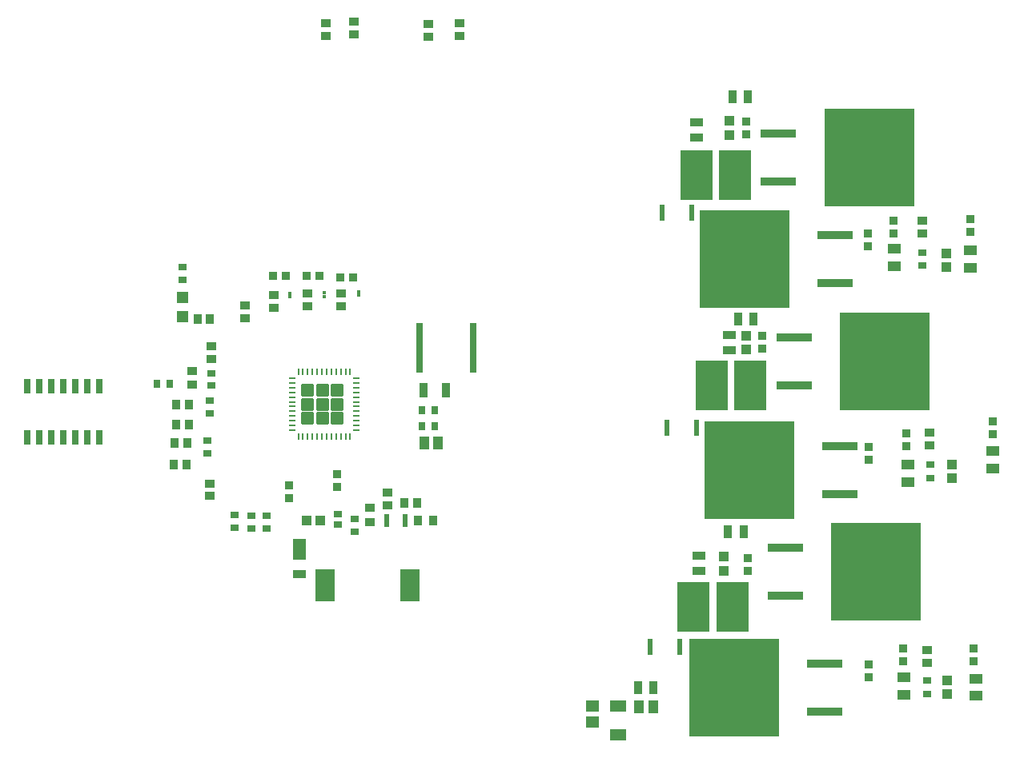
<source format=gtp>
G04*
G04 #@! TF.GenerationSoftware,Altium Limited,Altium Designer,19.1.8 (144)*
G04*
G04 Layer_Color=8421504*
%FSLAX25Y25*%
%MOIN*%
G70*
G01*
G75*
G04:AMPARAMS|DCode=14|XSize=50.39mil|YSize=53.94mil|CornerRadius=2.02mil|HoleSize=0mil|Usage=FLASHONLY|Rotation=270.000|XOffset=0mil|YOffset=0mil|HoleType=Round|Shape=RoundedRectangle|*
%AMROUNDEDRECTD14*
21,1,0.05039,0.04991,0,0,270.0*
21,1,0.04636,0.05394,0,0,270.0*
1,1,0.00403,-0.02495,-0.02318*
1,1,0.00403,-0.02495,0.02318*
1,1,0.00403,0.02495,0.02318*
1,1,0.00403,0.02495,-0.02318*
%
%ADD14ROUNDEDRECTD14*%
%ADD15R,0.03740X0.03150*%
%ADD16R,0.01772X0.01378*%
%ADD17R,0.04331X0.05315*%
%ADD18R,0.05315X0.03347*%
%ADD19R,0.02559X0.06004*%
%ADD20R,0.03937X0.05315*%
%ADD21R,0.05709X0.04724*%
%ADD22R,0.07087X0.04528*%
%ADD23R,0.13819X0.20984*%
%ADD24R,0.04134X0.03543*%
%ADD25R,0.37795X0.40748*%
%ADD26R,0.15158X0.03543*%
%ADD27R,0.04724X0.04724*%
%ADD28R,0.03347X0.05315*%
%ADD29R,0.02165X0.06693*%
%ADD30R,0.05709X0.04134*%
%ADD31R,0.03740X0.03347*%
%ADD32R,0.03937X0.04134*%
%ADD33R,0.03543X0.02756*%
%ADD34R,0.03543X0.04134*%
G04:AMPARAMS|DCode=35|XSize=9.45mil|YSize=23.62mil|CornerRadius=1.98mil|HoleSize=0mil|Usage=FLASHONLY|Rotation=270.000|XOffset=0mil|YOffset=0mil|HoleType=Round|Shape=RoundedRectangle|*
%AMROUNDEDRECTD35*
21,1,0.00945,0.01965,0,0,270.0*
21,1,0.00548,0.02362,0,0,270.0*
1,1,0.00397,-0.00983,-0.00274*
1,1,0.00397,-0.00983,0.00274*
1,1,0.00397,0.00983,0.00274*
1,1,0.00397,0.00983,-0.00274*
%
%ADD35ROUNDEDRECTD35*%
G04:AMPARAMS|DCode=36|XSize=9.45mil|YSize=23.62mil|CornerRadius=1.98mil|HoleSize=0mil|Usage=FLASHONLY|Rotation=180.000|XOffset=0mil|YOffset=0mil|HoleType=Round|Shape=RoundedRectangle|*
%AMROUNDEDRECTD36*
21,1,0.00945,0.01965,0,0,180.0*
21,1,0.00548,0.02362,0,0,180.0*
1,1,0.00397,-0.00274,0.00983*
1,1,0.00397,0.00274,0.00983*
1,1,0.00397,0.00274,-0.00983*
1,1,0.00397,-0.00274,-0.00983*
%
%ADD36ROUNDEDRECTD36*%
%ADD37R,0.03150X0.03740*%
%ADD38R,0.03740X0.06102*%
%ADD39R,0.02953X0.20866*%
%ADD40R,0.03543X0.03347*%
%ADD41R,0.03543X0.03937*%
%ADD42R,0.03937X0.04331*%
%ADD43R,0.07874X0.13780*%
%ADD44R,0.03937X0.03543*%
%ADD45R,0.02165X0.05315*%
%ADD46R,0.04134X0.03740*%
%ADD47R,0.05512X0.03543*%
%ADD48R,0.05512X0.08661*%
%ADD49R,0.03347X0.02756*%
%ADD50R,0.03347X0.03740*%
D14*
X163319Y274500D02*
D03*
Y268673D02*
D03*
Y280327D02*
D03*
X169500D02*
D03*
Y268673D02*
D03*
Y274500D02*
D03*
X157138D02*
D03*
Y280327D02*
D03*
Y268673D02*
D03*
D15*
X126772Y222933D02*
D03*
Y228248D02*
D03*
X133858Y222835D02*
D03*
Y228150D02*
D03*
X140157Y222835D02*
D03*
Y228150D02*
D03*
X105000Y331658D02*
D03*
Y326343D02*
D03*
X117000Y287500D02*
D03*
Y282185D02*
D03*
X116500Y270685D02*
D03*
Y276000D02*
D03*
X115500Y254000D02*
D03*
Y259315D02*
D03*
X176772Y226772D02*
D03*
Y221457D02*
D03*
D16*
X164075Y319291D02*
D03*
Y320866D02*
D03*
X178347Y319882D02*
D03*
Y321457D02*
D03*
X149803Y319193D02*
D03*
Y320768D02*
D03*
D17*
X211256Y258500D02*
D03*
X205744D02*
D03*
D18*
X320000Y205004D02*
D03*
Y211500D02*
D03*
X332677Y303445D02*
D03*
Y296949D02*
D03*
X318898Y392028D02*
D03*
Y385531D02*
D03*
D19*
X40500Y260823D02*
D03*
X45500D02*
D03*
X50500D02*
D03*
X55500D02*
D03*
X60500D02*
D03*
X65500D02*
D03*
X70500D02*
D03*
Y282177D02*
D03*
X65500D02*
D03*
X60500D02*
D03*
X55500D02*
D03*
X50500D02*
D03*
X45500D02*
D03*
X40500D02*
D03*
D20*
X295000Y148500D02*
D03*
X300905D02*
D03*
D21*
X275590Y141929D02*
D03*
Y148622D02*
D03*
D22*
X286417Y136811D02*
D03*
Y148622D02*
D03*
D23*
X334000Y190000D02*
D03*
X317779D02*
D03*
X341535Y282480D02*
D03*
X325315D02*
D03*
X335118Y370079D02*
D03*
X318898D02*
D03*
D24*
X176484Y428626D02*
D03*
Y433941D02*
D03*
X164764Y428051D02*
D03*
Y433366D02*
D03*
X220484Y428126D02*
D03*
Y433441D02*
D03*
X207484Y427626D02*
D03*
Y432941D02*
D03*
X143000Y320000D02*
D03*
Y314685D02*
D03*
X157000Y320657D02*
D03*
Y315342D02*
D03*
X171000Y320657D02*
D03*
Y315342D02*
D03*
X414984Y166701D02*
D03*
Y172016D02*
D03*
X416000Y257343D02*
D03*
Y262657D02*
D03*
X413000Y345685D02*
D03*
Y351000D02*
D03*
X109000Y282791D02*
D03*
Y288500D02*
D03*
X117000Y298815D02*
D03*
Y293500D02*
D03*
X116500Y236185D02*
D03*
Y241500D02*
D03*
D25*
X393701Y204724D02*
D03*
X397386Y292500D02*
D03*
X391000Y377500D02*
D03*
X334646Y156496D02*
D03*
X341000Y247000D02*
D03*
X339000Y335000D02*
D03*
D26*
X355906Y194724D02*
D03*
Y214724D02*
D03*
X359591Y282500D02*
D03*
Y302500D02*
D03*
X353205Y367500D02*
D03*
Y387500D02*
D03*
X372441Y166496D02*
D03*
Y146496D02*
D03*
X378795Y257000D02*
D03*
Y237000D02*
D03*
X376795Y345000D02*
D03*
Y325000D02*
D03*
D27*
X105000Y319134D02*
D03*
Y310866D02*
D03*
D28*
X294685Y156496D02*
D03*
X301181D02*
D03*
X332087Y221457D02*
D03*
X338583D02*
D03*
X336319Y310039D02*
D03*
X342815D02*
D03*
X334055Y402559D02*
D03*
X340551D02*
D03*
D29*
X299606Y173228D02*
D03*
X312008D02*
D03*
X306791Y264764D02*
D03*
X319193D02*
D03*
X304823Y354331D02*
D03*
X317224D02*
D03*
D30*
X435484Y160158D02*
D03*
Y152874D02*
D03*
X442500Y255000D02*
D03*
Y247716D02*
D03*
X433000Y338642D02*
D03*
Y331358D02*
D03*
X405484Y153374D02*
D03*
Y160658D02*
D03*
X407000Y242000D02*
D03*
Y249284D02*
D03*
X401500Y332000D02*
D03*
Y339283D02*
D03*
D31*
X390748Y160728D02*
D03*
Y166043D02*
D03*
Y251279D02*
D03*
Y256594D02*
D03*
X390500Y340370D02*
D03*
Y345685D02*
D03*
X434484Y167358D02*
D03*
Y172673D02*
D03*
X442500Y262000D02*
D03*
Y267315D02*
D03*
X433000Y346500D02*
D03*
Y351815D02*
D03*
X404984Y172673D02*
D03*
Y167358D02*
D03*
X406500Y262315D02*
D03*
Y257000D02*
D03*
X401000Y351000D02*
D03*
Y345685D02*
D03*
X340500Y210315D02*
D03*
Y205000D02*
D03*
X346457Y302854D02*
D03*
Y297539D02*
D03*
X339567Y392421D02*
D03*
Y387106D02*
D03*
D32*
X423484Y159421D02*
D03*
Y153516D02*
D03*
X425500Y249453D02*
D03*
Y243547D02*
D03*
X423000Y337453D02*
D03*
Y331547D02*
D03*
X330500Y205000D02*
D03*
Y210906D02*
D03*
X339567Y297244D02*
D03*
Y303150D02*
D03*
X332677Y386811D02*
D03*
Y392717D02*
D03*
D33*
X414984Y159272D02*
D03*
Y153760D02*
D03*
X416500Y249256D02*
D03*
Y243744D02*
D03*
X413000Y337756D02*
D03*
Y332244D02*
D03*
D34*
X102500Y274500D02*
D03*
X107815D02*
D03*
Y266000D02*
D03*
X102500D02*
D03*
X101842Y258500D02*
D03*
X107158D02*
D03*
X106815Y249500D02*
D03*
X101500D02*
D03*
D35*
X177445Y263673D02*
D03*
Y265642D02*
D03*
Y267610D02*
D03*
Y269579D02*
D03*
Y271547D02*
D03*
Y273516D02*
D03*
Y275484D02*
D03*
Y277453D02*
D03*
Y279421D02*
D03*
Y281390D02*
D03*
Y283358D02*
D03*
Y285327D02*
D03*
X150673D02*
D03*
Y283358D02*
D03*
Y281390D02*
D03*
Y279421D02*
D03*
Y277453D02*
D03*
Y275484D02*
D03*
Y273516D02*
D03*
Y271547D02*
D03*
Y269579D02*
D03*
Y267610D02*
D03*
Y265642D02*
D03*
Y263673D02*
D03*
D36*
X174886Y287886D02*
D03*
X172917D02*
D03*
X170949D02*
D03*
X168980D02*
D03*
X167012D02*
D03*
X165043D02*
D03*
X163075D02*
D03*
X161106D02*
D03*
X159138D02*
D03*
X157169D02*
D03*
X155201D02*
D03*
X153232D02*
D03*
Y261114D02*
D03*
X155201D02*
D03*
X157169D02*
D03*
X159138D02*
D03*
X161106D02*
D03*
X163075D02*
D03*
X165043D02*
D03*
X167012D02*
D03*
X168980D02*
D03*
X170949D02*
D03*
X172917D02*
D03*
X174886D02*
D03*
D37*
X210157Y272000D02*
D03*
X204842D02*
D03*
X210157Y265500D02*
D03*
X204842D02*
D03*
X94500Y283000D02*
D03*
X99815D02*
D03*
D38*
X205374Y280500D02*
D03*
X214626D02*
D03*
D39*
X226122Y298000D02*
D03*
X203878D02*
D03*
D40*
X149508Y240551D02*
D03*
Y235433D02*
D03*
X169291Y245276D02*
D03*
Y240158D02*
D03*
D41*
X116559Y310000D02*
D03*
X111441D02*
D03*
X203000Y226000D02*
D03*
X209299D02*
D03*
X202618Y233500D02*
D03*
X197500D02*
D03*
D42*
X156791Y225886D02*
D03*
X162500D02*
D03*
D43*
X164284Y199000D02*
D03*
X199716D02*
D03*
D44*
X131102Y315551D02*
D03*
Y310236D02*
D03*
X190500Y237618D02*
D03*
Y232500D02*
D03*
D45*
X197839Y226000D02*
D03*
X190161D02*
D03*
D46*
X183000Y225500D02*
D03*
Y231209D02*
D03*
D47*
X153740Y203839D02*
D03*
D48*
Y213878D02*
D03*
D49*
X169882Y228740D02*
D03*
Y224213D02*
D03*
D50*
X170843Y327500D02*
D03*
X176157D02*
D03*
X156685Y328000D02*
D03*
X162000D02*
D03*
X142685D02*
D03*
X148000D02*
D03*
M02*

</source>
